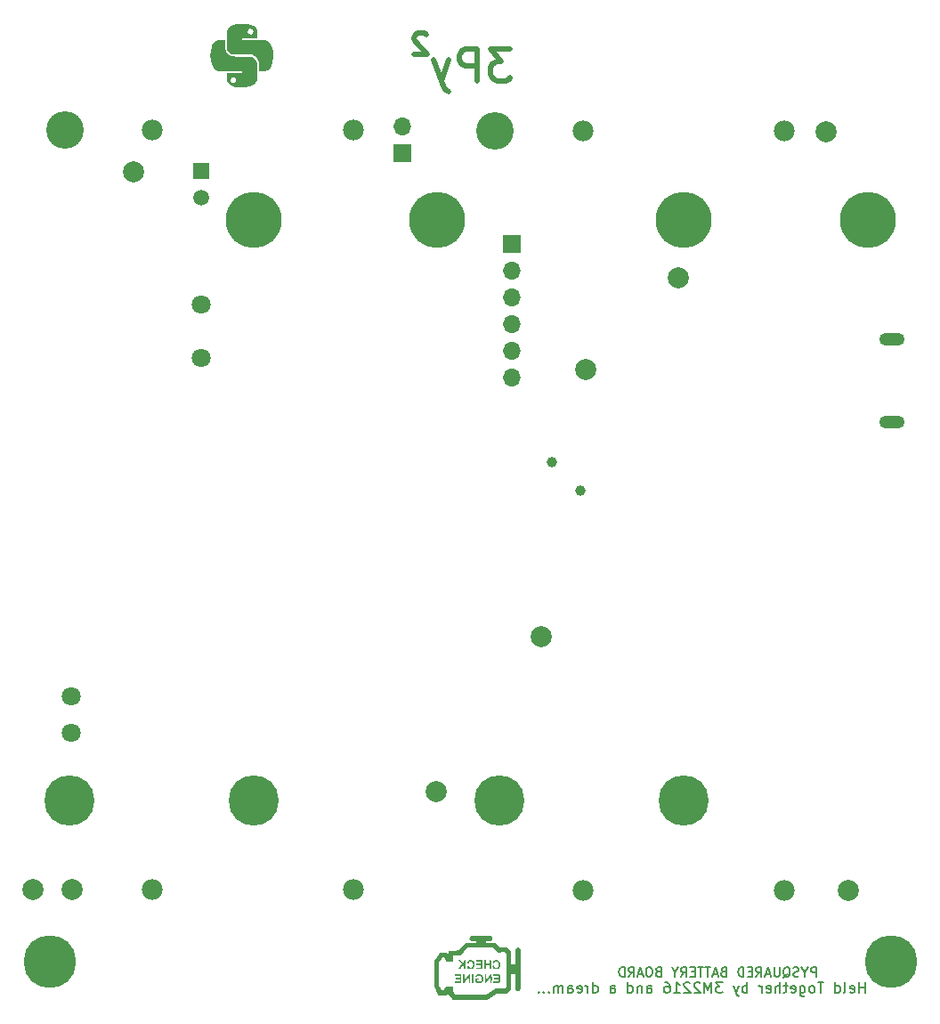
<source format=gbr>
%TF.GenerationSoftware,KiCad,Pcbnew,8.0.2-1*%
%TF.CreationDate,2024-06-12T20:01:09-07:00*%
%TF.ProjectId,battery_board_v3b,62617474-6572-4795-9f62-6f6172645f76,rev?*%
%TF.SameCoordinates,Original*%
%TF.FileFunction,Soldermask,Bot*%
%TF.FilePolarity,Negative*%
%FSLAX46Y46*%
G04 Gerber Fmt 4.6, Leading zero omitted, Abs format (unit mm)*
G04 Created by KiCad (PCBNEW 8.0.2-1) date 2024-06-12 20:01:09*
%MOMM*%
%LPD*%
G01*
G04 APERTURE LIST*
%ADD10C,0.500000*%
%ADD11C,0.150000*%
%ADD12C,0.000000*%
%ADD13C,5.000000*%
%ADD14C,2.000000*%
%ADD15R,1.700000X1.700000*%
%ADD16O,1.700000X1.700000*%
%ADD17C,1.800000*%
%ADD18O,2.416000X1.208000*%
%ADD19C,1.000000*%
%ADD20R,1.508000X1.508000*%
%ADD21C,1.508000*%
%ADD22C,4.770000*%
%ADD23C,5.325000*%
%ADD24C,3.570000*%
%ADD25C,1.980000*%
G04 APERTURE END LIST*
D10*
X158278056Y-44742257D02*
X156420913Y-44742257D01*
X156420913Y-44742257D02*
X157420913Y-45885114D01*
X157420913Y-45885114D02*
X156992342Y-45885114D01*
X156992342Y-45885114D02*
X156706628Y-46027971D01*
X156706628Y-46027971D02*
X156563770Y-46170828D01*
X156563770Y-46170828D02*
X156420913Y-46456542D01*
X156420913Y-46456542D02*
X156420913Y-47170828D01*
X156420913Y-47170828D02*
X156563770Y-47456542D01*
X156563770Y-47456542D02*
X156706628Y-47599400D01*
X156706628Y-47599400D02*
X156992342Y-47742257D01*
X156992342Y-47742257D02*
X157849485Y-47742257D01*
X157849485Y-47742257D02*
X158135199Y-47599400D01*
X158135199Y-47599400D02*
X158278056Y-47456542D01*
X155135199Y-47742257D02*
X155135199Y-44742257D01*
X155135199Y-44742257D02*
X153992342Y-44742257D01*
X153992342Y-44742257D02*
X153706627Y-44885114D01*
X153706627Y-44885114D02*
X153563770Y-45027971D01*
X153563770Y-45027971D02*
X153420913Y-45313685D01*
X153420913Y-45313685D02*
X153420913Y-45742257D01*
X153420913Y-45742257D02*
X153563770Y-46027971D01*
X153563770Y-46027971D02*
X153706627Y-46170828D01*
X153706627Y-46170828D02*
X153992342Y-46313685D01*
X153992342Y-46313685D02*
X155135199Y-46313685D01*
X152420913Y-45742257D02*
X151706627Y-47742257D01*
X150992342Y-45742257D02*
X151706627Y-47742257D01*
X151706627Y-47742257D02*
X151992342Y-48456542D01*
X151992342Y-48456542D02*
X152135199Y-48599400D01*
X152135199Y-48599400D02*
X152420913Y-48742257D01*
X150279028Y-43387314D02*
X150183790Y-43292076D01*
X150183790Y-43292076D02*
X149993314Y-43196838D01*
X149993314Y-43196838D02*
X149517123Y-43196838D01*
X149517123Y-43196838D02*
X149326647Y-43292076D01*
X149326647Y-43292076D02*
X149231409Y-43387314D01*
X149231409Y-43387314D02*
X149136171Y-43577790D01*
X149136171Y-43577790D02*
X149136171Y-43768266D01*
X149136171Y-43768266D02*
X149231409Y-44053980D01*
X149231409Y-44053980D02*
X150374266Y-45196838D01*
X150374266Y-45196838D02*
X149136171Y-45196838D01*
D11*
X187342857Y-132908557D02*
X187342857Y-132008557D01*
X187342857Y-132008557D02*
X187000000Y-132008557D01*
X187000000Y-132008557D02*
X186914285Y-132051414D01*
X186914285Y-132051414D02*
X186871428Y-132094271D01*
X186871428Y-132094271D02*
X186828571Y-132179985D01*
X186828571Y-132179985D02*
X186828571Y-132308557D01*
X186828571Y-132308557D02*
X186871428Y-132394271D01*
X186871428Y-132394271D02*
X186914285Y-132437128D01*
X186914285Y-132437128D02*
X187000000Y-132479985D01*
X187000000Y-132479985D02*
X187342857Y-132479985D01*
X186271428Y-132479985D02*
X186271428Y-132908557D01*
X186571428Y-132008557D02*
X186271428Y-132479985D01*
X186271428Y-132479985D02*
X185971428Y-132008557D01*
X185714285Y-132865700D02*
X185585714Y-132908557D01*
X185585714Y-132908557D02*
X185371428Y-132908557D01*
X185371428Y-132908557D02*
X185285714Y-132865700D01*
X185285714Y-132865700D02*
X185242856Y-132822842D01*
X185242856Y-132822842D02*
X185199999Y-132737128D01*
X185199999Y-132737128D02*
X185199999Y-132651414D01*
X185199999Y-132651414D02*
X185242856Y-132565700D01*
X185242856Y-132565700D02*
X185285714Y-132522842D01*
X185285714Y-132522842D02*
X185371428Y-132479985D01*
X185371428Y-132479985D02*
X185542856Y-132437128D01*
X185542856Y-132437128D02*
X185628571Y-132394271D01*
X185628571Y-132394271D02*
X185671428Y-132351414D01*
X185671428Y-132351414D02*
X185714285Y-132265700D01*
X185714285Y-132265700D02*
X185714285Y-132179985D01*
X185714285Y-132179985D02*
X185671428Y-132094271D01*
X185671428Y-132094271D02*
X185628571Y-132051414D01*
X185628571Y-132051414D02*
X185542856Y-132008557D01*
X185542856Y-132008557D02*
X185328571Y-132008557D01*
X185328571Y-132008557D02*
X185199999Y-132051414D01*
X184214285Y-132994271D02*
X184299999Y-132951414D01*
X184299999Y-132951414D02*
X184385713Y-132865700D01*
X184385713Y-132865700D02*
X184514285Y-132737128D01*
X184514285Y-132737128D02*
X184599999Y-132694271D01*
X184599999Y-132694271D02*
X184685713Y-132694271D01*
X184642856Y-132908557D02*
X184728571Y-132865700D01*
X184728571Y-132865700D02*
X184814285Y-132779985D01*
X184814285Y-132779985D02*
X184857142Y-132608557D01*
X184857142Y-132608557D02*
X184857142Y-132308557D01*
X184857142Y-132308557D02*
X184814285Y-132137128D01*
X184814285Y-132137128D02*
X184728571Y-132051414D01*
X184728571Y-132051414D02*
X184642856Y-132008557D01*
X184642856Y-132008557D02*
X184471428Y-132008557D01*
X184471428Y-132008557D02*
X184385713Y-132051414D01*
X184385713Y-132051414D02*
X184299999Y-132137128D01*
X184299999Y-132137128D02*
X184257142Y-132308557D01*
X184257142Y-132308557D02*
X184257142Y-132608557D01*
X184257142Y-132608557D02*
X184299999Y-132779985D01*
X184299999Y-132779985D02*
X184385713Y-132865700D01*
X184385713Y-132865700D02*
X184471428Y-132908557D01*
X184471428Y-132908557D02*
X184642856Y-132908557D01*
X183871428Y-132008557D02*
X183871428Y-132737128D01*
X183871428Y-132737128D02*
X183828571Y-132822842D01*
X183828571Y-132822842D02*
X183785714Y-132865700D01*
X183785714Y-132865700D02*
X183699999Y-132908557D01*
X183699999Y-132908557D02*
X183528571Y-132908557D01*
X183528571Y-132908557D02*
X183442856Y-132865700D01*
X183442856Y-132865700D02*
X183399999Y-132822842D01*
X183399999Y-132822842D02*
X183357142Y-132737128D01*
X183357142Y-132737128D02*
X183357142Y-132008557D01*
X182971428Y-132651414D02*
X182542857Y-132651414D01*
X183057142Y-132908557D02*
X182757142Y-132008557D01*
X182757142Y-132008557D02*
X182457142Y-132908557D01*
X181642856Y-132908557D02*
X181942856Y-132479985D01*
X182157142Y-132908557D02*
X182157142Y-132008557D01*
X182157142Y-132008557D02*
X181814285Y-132008557D01*
X181814285Y-132008557D02*
X181728570Y-132051414D01*
X181728570Y-132051414D02*
X181685713Y-132094271D01*
X181685713Y-132094271D02*
X181642856Y-132179985D01*
X181642856Y-132179985D02*
X181642856Y-132308557D01*
X181642856Y-132308557D02*
X181685713Y-132394271D01*
X181685713Y-132394271D02*
X181728570Y-132437128D01*
X181728570Y-132437128D02*
X181814285Y-132479985D01*
X181814285Y-132479985D02*
X182157142Y-132479985D01*
X181257142Y-132437128D02*
X180957142Y-132437128D01*
X180828570Y-132908557D02*
X181257142Y-132908557D01*
X181257142Y-132908557D02*
X181257142Y-132008557D01*
X181257142Y-132008557D02*
X180828570Y-132008557D01*
X180442856Y-132908557D02*
X180442856Y-132008557D01*
X180442856Y-132008557D02*
X180228570Y-132008557D01*
X180228570Y-132008557D02*
X180099999Y-132051414D01*
X180099999Y-132051414D02*
X180014284Y-132137128D01*
X180014284Y-132137128D02*
X179971427Y-132222842D01*
X179971427Y-132222842D02*
X179928570Y-132394271D01*
X179928570Y-132394271D02*
X179928570Y-132522842D01*
X179928570Y-132522842D02*
X179971427Y-132694271D01*
X179971427Y-132694271D02*
X180014284Y-132779985D01*
X180014284Y-132779985D02*
X180099999Y-132865700D01*
X180099999Y-132865700D02*
X180228570Y-132908557D01*
X180228570Y-132908557D02*
X180442856Y-132908557D01*
X178557142Y-132437128D02*
X178428570Y-132479985D01*
X178428570Y-132479985D02*
X178385713Y-132522842D01*
X178385713Y-132522842D02*
X178342856Y-132608557D01*
X178342856Y-132608557D02*
X178342856Y-132737128D01*
X178342856Y-132737128D02*
X178385713Y-132822842D01*
X178385713Y-132822842D02*
X178428570Y-132865700D01*
X178428570Y-132865700D02*
X178514285Y-132908557D01*
X178514285Y-132908557D02*
X178857142Y-132908557D01*
X178857142Y-132908557D02*
X178857142Y-132008557D01*
X178857142Y-132008557D02*
X178557142Y-132008557D01*
X178557142Y-132008557D02*
X178471428Y-132051414D01*
X178471428Y-132051414D02*
X178428570Y-132094271D01*
X178428570Y-132094271D02*
X178385713Y-132179985D01*
X178385713Y-132179985D02*
X178385713Y-132265700D01*
X178385713Y-132265700D02*
X178428570Y-132351414D01*
X178428570Y-132351414D02*
X178471428Y-132394271D01*
X178471428Y-132394271D02*
X178557142Y-132437128D01*
X178557142Y-132437128D02*
X178857142Y-132437128D01*
X177999999Y-132651414D02*
X177571428Y-132651414D01*
X178085713Y-132908557D02*
X177785713Y-132008557D01*
X177785713Y-132008557D02*
X177485713Y-132908557D01*
X177314284Y-132008557D02*
X176799999Y-132008557D01*
X177057141Y-132908557D02*
X177057141Y-132008557D01*
X176628570Y-132008557D02*
X176114285Y-132008557D01*
X176371427Y-132908557D02*
X176371427Y-132008557D01*
X175814285Y-132437128D02*
X175514285Y-132437128D01*
X175385713Y-132908557D02*
X175814285Y-132908557D01*
X175814285Y-132908557D02*
X175814285Y-132008557D01*
X175814285Y-132008557D02*
X175385713Y-132008557D01*
X174485713Y-132908557D02*
X174785713Y-132479985D01*
X174999999Y-132908557D02*
X174999999Y-132008557D01*
X174999999Y-132008557D02*
X174657142Y-132008557D01*
X174657142Y-132008557D02*
X174571427Y-132051414D01*
X174571427Y-132051414D02*
X174528570Y-132094271D01*
X174528570Y-132094271D02*
X174485713Y-132179985D01*
X174485713Y-132179985D02*
X174485713Y-132308557D01*
X174485713Y-132308557D02*
X174528570Y-132394271D01*
X174528570Y-132394271D02*
X174571427Y-132437128D01*
X174571427Y-132437128D02*
X174657142Y-132479985D01*
X174657142Y-132479985D02*
X174999999Y-132479985D01*
X173928570Y-132479985D02*
X173928570Y-132908557D01*
X174228570Y-132008557D02*
X173928570Y-132479985D01*
X173928570Y-132479985D02*
X173628570Y-132008557D01*
X172342856Y-132437128D02*
X172214284Y-132479985D01*
X172214284Y-132479985D02*
X172171427Y-132522842D01*
X172171427Y-132522842D02*
X172128570Y-132608557D01*
X172128570Y-132608557D02*
X172128570Y-132737128D01*
X172128570Y-132737128D02*
X172171427Y-132822842D01*
X172171427Y-132822842D02*
X172214284Y-132865700D01*
X172214284Y-132865700D02*
X172299999Y-132908557D01*
X172299999Y-132908557D02*
X172642856Y-132908557D01*
X172642856Y-132908557D02*
X172642856Y-132008557D01*
X172642856Y-132008557D02*
X172342856Y-132008557D01*
X172342856Y-132008557D02*
X172257142Y-132051414D01*
X172257142Y-132051414D02*
X172214284Y-132094271D01*
X172214284Y-132094271D02*
X172171427Y-132179985D01*
X172171427Y-132179985D02*
X172171427Y-132265700D01*
X172171427Y-132265700D02*
X172214284Y-132351414D01*
X172214284Y-132351414D02*
X172257142Y-132394271D01*
X172257142Y-132394271D02*
X172342856Y-132437128D01*
X172342856Y-132437128D02*
X172642856Y-132437128D01*
X171571427Y-132008557D02*
X171399999Y-132008557D01*
X171399999Y-132008557D02*
X171314284Y-132051414D01*
X171314284Y-132051414D02*
X171228570Y-132137128D01*
X171228570Y-132137128D02*
X171185713Y-132308557D01*
X171185713Y-132308557D02*
X171185713Y-132608557D01*
X171185713Y-132608557D02*
X171228570Y-132779985D01*
X171228570Y-132779985D02*
X171314284Y-132865700D01*
X171314284Y-132865700D02*
X171399999Y-132908557D01*
X171399999Y-132908557D02*
X171571427Y-132908557D01*
X171571427Y-132908557D02*
X171657142Y-132865700D01*
X171657142Y-132865700D02*
X171742856Y-132779985D01*
X171742856Y-132779985D02*
X171785713Y-132608557D01*
X171785713Y-132608557D02*
X171785713Y-132308557D01*
X171785713Y-132308557D02*
X171742856Y-132137128D01*
X171742856Y-132137128D02*
X171657142Y-132051414D01*
X171657142Y-132051414D02*
X171571427Y-132008557D01*
X170842856Y-132651414D02*
X170414285Y-132651414D01*
X170928570Y-132908557D02*
X170628570Y-132008557D01*
X170628570Y-132008557D02*
X170328570Y-132908557D01*
X169514284Y-132908557D02*
X169814284Y-132479985D01*
X170028570Y-132908557D02*
X170028570Y-132008557D01*
X170028570Y-132008557D02*
X169685713Y-132008557D01*
X169685713Y-132008557D02*
X169599998Y-132051414D01*
X169599998Y-132051414D02*
X169557141Y-132094271D01*
X169557141Y-132094271D02*
X169514284Y-132179985D01*
X169514284Y-132179985D02*
X169514284Y-132308557D01*
X169514284Y-132308557D02*
X169557141Y-132394271D01*
X169557141Y-132394271D02*
X169599998Y-132437128D01*
X169599998Y-132437128D02*
X169685713Y-132479985D01*
X169685713Y-132479985D02*
X170028570Y-132479985D01*
X169128570Y-132908557D02*
X169128570Y-132008557D01*
X169128570Y-132008557D02*
X168914284Y-132008557D01*
X168914284Y-132008557D02*
X168785713Y-132051414D01*
X168785713Y-132051414D02*
X168699998Y-132137128D01*
X168699998Y-132137128D02*
X168657141Y-132222842D01*
X168657141Y-132222842D02*
X168614284Y-132394271D01*
X168614284Y-132394271D02*
X168614284Y-132522842D01*
X168614284Y-132522842D02*
X168657141Y-132694271D01*
X168657141Y-132694271D02*
X168699998Y-132779985D01*
X168699998Y-132779985D02*
X168785713Y-132865700D01*
X168785713Y-132865700D02*
X168914284Y-132908557D01*
X168914284Y-132908557D02*
X169128570Y-132908557D01*
X192023810Y-134454819D02*
X192023810Y-133454819D01*
X192023810Y-133931009D02*
X191452382Y-133931009D01*
X191452382Y-134454819D02*
X191452382Y-133454819D01*
X190595239Y-134407200D02*
X190690477Y-134454819D01*
X190690477Y-134454819D02*
X190880953Y-134454819D01*
X190880953Y-134454819D02*
X190976191Y-134407200D01*
X190976191Y-134407200D02*
X191023810Y-134311961D01*
X191023810Y-134311961D02*
X191023810Y-133931009D01*
X191023810Y-133931009D02*
X190976191Y-133835771D01*
X190976191Y-133835771D02*
X190880953Y-133788152D01*
X190880953Y-133788152D02*
X190690477Y-133788152D01*
X190690477Y-133788152D02*
X190595239Y-133835771D01*
X190595239Y-133835771D02*
X190547620Y-133931009D01*
X190547620Y-133931009D02*
X190547620Y-134026247D01*
X190547620Y-134026247D02*
X191023810Y-134121485D01*
X189976191Y-134454819D02*
X190071429Y-134407200D01*
X190071429Y-134407200D02*
X190119048Y-134311961D01*
X190119048Y-134311961D02*
X190119048Y-133454819D01*
X189166667Y-134454819D02*
X189166667Y-133454819D01*
X189166667Y-134407200D02*
X189261905Y-134454819D01*
X189261905Y-134454819D02*
X189452381Y-134454819D01*
X189452381Y-134454819D02*
X189547619Y-134407200D01*
X189547619Y-134407200D02*
X189595238Y-134359580D01*
X189595238Y-134359580D02*
X189642857Y-134264342D01*
X189642857Y-134264342D02*
X189642857Y-133978628D01*
X189642857Y-133978628D02*
X189595238Y-133883390D01*
X189595238Y-133883390D02*
X189547619Y-133835771D01*
X189547619Y-133835771D02*
X189452381Y-133788152D01*
X189452381Y-133788152D02*
X189261905Y-133788152D01*
X189261905Y-133788152D02*
X189166667Y-133835771D01*
X188071428Y-133454819D02*
X187500000Y-133454819D01*
X187785714Y-134454819D02*
X187785714Y-133454819D01*
X187023809Y-134454819D02*
X187119047Y-134407200D01*
X187119047Y-134407200D02*
X187166666Y-134359580D01*
X187166666Y-134359580D02*
X187214285Y-134264342D01*
X187214285Y-134264342D02*
X187214285Y-133978628D01*
X187214285Y-133978628D02*
X187166666Y-133883390D01*
X187166666Y-133883390D02*
X187119047Y-133835771D01*
X187119047Y-133835771D02*
X187023809Y-133788152D01*
X187023809Y-133788152D02*
X186880952Y-133788152D01*
X186880952Y-133788152D02*
X186785714Y-133835771D01*
X186785714Y-133835771D02*
X186738095Y-133883390D01*
X186738095Y-133883390D02*
X186690476Y-133978628D01*
X186690476Y-133978628D02*
X186690476Y-134264342D01*
X186690476Y-134264342D02*
X186738095Y-134359580D01*
X186738095Y-134359580D02*
X186785714Y-134407200D01*
X186785714Y-134407200D02*
X186880952Y-134454819D01*
X186880952Y-134454819D02*
X187023809Y-134454819D01*
X185833333Y-133788152D02*
X185833333Y-134597676D01*
X185833333Y-134597676D02*
X185880952Y-134692914D01*
X185880952Y-134692914D02*
X185928571Y-134740533D01*
X185928571Y-134740533D02*
X186023809Y-134788152D01*
X186023809Y-134788152D02*
X186166666Y-134788152D01*
X186166666Y-134788152D02*
X186261904Y-134740533D01*
X185833333Y-134407200D02*
X185928571Y-134454819D01*
X185928571Y-134454819D02*
X186119047Y-134454819D01*
X186119047Y-134454819D02*
X186214285Y-134407200D01*
X186214285Y-134407200D02*
X186261904Y-134359580D01*
X186261904Y-134359580D02*
X186309523Y-134264342D01*
X186309523Y-134264342D02*
X186309523Y-133978628D01*
X186309523Y-133978628D02*
X186261904Y-133883390D01*
X186261904Y-133883390D02*
X186214285Y-133835771D01*
X186214285Y-133835771D02*
X186119047Y-133788152D01*
X186119047Y-133788152D02*
X185928571Y-133788152D01*
X185928571Y-133788152D02*
X185833333Y-133835771D01*
X184976190Y-134407200D02*
X185071428Y-134454819D01*
X185071428Y-134454819D02*
X185261904Y-134454819D01*
X185261904Y-134454819D02*
X185357142Y-134407200D01*
X185357142Y-134407200D02*
X185404761Y-134311961D01*
X185404761Y-134311961D02*
X185404761Y-133931009D01*
X185404761Y-133931009D02*
X185357142Y-133835771D01*
X185357142Y-133835771D02*
X185261904Y-133788152D01*
X185261904Y-133788152D02*
X185071428Y-133788152D01*
X185071428Y-133788152D02*
X184976190Y-133835771D01*
X184976190Y-133835771D02*
X184928571Y-133931009D01*
X184928571Y-133931009D02*
X184928571Y-134026247D01*
X184928571Y-134026247D02*
X185404761Y-134121485D01*
X184642856Y-133788152D02*
X184261904Y-133788152D01*
X184499999Y-133454819D02*
X184499999Y-134311961D01*
X184499999Y-134311961D02*
X184452380Y-134407200D01*
X184452380Y-134407200D02*
X184357142Y-134454819D01*
X184357142Y-134454819D02*
X184261904Y-134454819D01*
X183928570Y-134454819D02*
X183928570Y-133454819D01*
X183499999Y-134454819D02*
X183499999Y-133931009D01*
X183499999Y-133931009D02*
X183547618Y-133835771D01*
X183547618Y-133835771D02*
X183642856Y-133788152D01*
X183642856Y-133788152D02*
X183785713Y-133788152D01*
X183785713Y-133788152D02*
X183880951Y-133835771D01*
X183880951Y-133835771D02*
X183928570Y-133883390D01*
X182642856Y-134407200D02*
X182738094Y-134454819D01*
X182738094Y-134454819D02*
X182928570Y-134454819D01*
X182928570Y-134454819D02*
X183023808Y-134407200D01*
X183023808Y-134407200D02*
X183071427Y-134311961D01*
X183071427Y-134311961D02*
X183071427Y-133931009D01*
X183071427Y-133931009D02*
X183023808Y-133835771D01*
X183023808Y-133835771D02*
X182928570Y-133788152D01*
X182928570Y-133788152D02*
X182738094Y-133788152D01*
X182738094Y-133788152D02*
X182642856Y-133835771D01*
X182642856Y-133835771D02*
X182595237Y-133931009D01*
X182595237Y-133931009D02*
X182595237Y-134026247D01*
X182595237Y-134026247D02*
X183071427Y-134121485D01*
X182166665Y-134454819D02*
X182166665Y-133788152D01*
X182166665Y-133978628D02*
X182119046Y-133883390D01*
X182119046Y-133883390D02*
X182071427Y-133835771D01*
X182071427Y-133835771D02*
X181976189Y-133788152D01*
X181976189Y-133788152D02*
X181880951Y-133788152D01*
X180785712Y-134454819D02*
X180785712Y-133454819D01*
X180785712Y-133835771D02*
X180690474Y-133788152D01*
X180690474Y-133788152D02*
X180499998Y-133788152D01*
X180499998Y-133788152D02*
X180404760Y-133835771D01*
X180404760Y-133835771D02*
X180357141Y-133883390D01*
X180357141Y-133883390D02*
X180309522Y-133978628D01*
X180309522Y-133978628D02*
X180309522Y-134264342D01*
X180309522Y-134264342D02*
X180357141Y-134359580D01*
X180357141Y-134359580D02*
X180404760Y-134407200D01*
X180404760Y-134407200D02*
X180499998Y-134454819D01*
X180499998Y-134454819D02*
X180690474Y-134454819D01*
X180690474Y-134454819D02*
X180785712Y-134407200D01*
X179976188Y-133788152D02*
X179738093Y-134454819D01*
X179499998Y-133788152D02*
X179738093Y-134454819D01*
X179738093Y-134454819D02*
X179833331Y-134692914D01*
X179833331Y-134692914D02*
X179880950Y-134740533D01*
X179880950Y-134740533D02*
X179976188Y-134788152D01*
X178452378Y-133454819D02*
X177833331Y-133454819D01*
X177833331Y-133454819D02*
X178166664Y-133835771D01*
X178166664Y-133835771D02*
X178023807Y-133835771D01*
X178023807Y-133835771D02*
X177928569Y-133883390D01*
X177928569Y-133883390D02*
X177880950Y-133931009D01*
X177880950Y-133931009D02*
X177833331Y-134026247D01*
X177833331Y-134026247D02*
X177833331Y-134264342D01*
X177833331Y-134264342D02*
X177880950Y-134359580D01*
X177880950Y-134359580D02*
X177928569Y-134407200D01*
X177928569Y-134407200D02*
X178023807Y-134454819D01*
X178023807Y-134454819D02*
X178309521Y-134454819D01*
X178309521Y-134454819D02*
X178404759Y-134407200D01*
X178404759Y-134407200D02*
X178452378Y-134359580D01*
X177404759Y-134454819D02*
X177404759Y-133454819D01*
X177404759Y-133454819D02*
X177071426Y-134169104D01*
X177071426Y-134169104D02*
X176738093Y-133454819D01*
X176738093Y-133454819D02*
X176738093Y-134454819D01*
X176309521Y-133550057D02*
X176261902Y-133502438D01*
X176261902Y-133502438D02*
X176166664Y-133454819D01*
X176166664Y-133454819D02*
X175928569Y-133454819D01*
X175928569Y-133454819D02*
X175833331Y-133502438D01*
X175833331Y-133502438D02*
X175785712Y-133550057D01*
X175785712Y-133550057D02*
X175738093Y-133645295D01*
X175738093Y-133645295D02*
X175738093Y-133740533D01*
X175738093Y-133740533D02*
X175785712Y-133883390D01*
X175785712Y-133883390D02*
X176357140Y-134454819D01*
X176357140Y-134454819D02*
X175738093Y-134454819D01*
X175357140Y-133550057D02*
X175309521Y-133502438D01*
X175309521Y-133502438D02*
X175214283Y-133454819D01*
X175214283Y-133454819D02*
X174976188Y-133454819D01*
X174976188Y-133454819D02*
X174880950Y-133502438D01*
X174880950Y-133502438D02*
X174833331Y-133550057D01*
X174833331Y-133550057D02*
X174785712Y-133645295D01*
X174785712Y-133645295D02*
X174785712Y-133740533D01*
X174785712Y-133740533D02*
X174833331Y-133883390D01*
X174833331Y-133883390D02*
X175404759Y-134454819D01*
X175404759Y-134454819D02*
X174785712Y-134454819D01*
X173833331Y-134454819D02*
X174404759Y-134454819D01*
X174119045Y-134454819D02*
X174119045Y-133454819D01*
X174119045Y-133454819D02*
X174214283Y-133597676D01*
X174214283Y-133597676D02*
X174309521Y-133692914D01*
X174309521Y-133692914D02*
X174404759Y-133740533D01*
X172976188Y-133454819D02*
X173166664Y-133454819D01*
X173166664Y-133454819D02*
X173261902Y-133502438D01*
X173261902Y-133502438D02*
X173309521Y-133550057D01*
X173309521Y-133550057D02*
X173404759Y-133692914D01*
X173404759Y-133692914D02*
X173452378Y-133883390D01*
X173452378Y-133883390D02*
X173452378Y-134264342D01*
X173452378Y-134264342D02*
X173404759Y-134359580D01*
X173404759Y-134359580D02*
X173357140Y-134407200D01*
X173357140Y-134407200D02*
X173261902Y-134454819D01*
X173261902Y-134454819D02*
X173071426Y-134454819D01*
X173071426Y-134454819D02*
X172976188Y-134407200D01*
X172976188Y-134407200D02*
X172928569Y-134359580D01*
X172928569Y-134359580D02*
X172880950Y-134264342D01*
X172880950Y-134264342D02*
X172880950Y-134026247D01*
X172880950Y-134026247D02*
X172928569Y-133931009D01*
X172928569Y-133931009D02*
X172976188Y-133883390D01*
X172976188Y-133883390D02*
X173071426Y-133835771D01*
X173071426Y-133835771D02*
X173261902Y-133835771D01*
X173261902Y-133835771D02*
X173357140Y-133883390D01*
X173357140Y-133883390D02*
X173404759Y-133931009D01*
X173404759Y-133931009D02*
X173452378Y-134026247D01*
X171261902Y-134454819D02*
X171261902Y-133931009D01*
X171261902Y-133931009D02*
X171309521Y-133835771D01*
X171309521Y-133835771D02*
X171404759Y-133788152D01*
X171404759Y-133788152D02*
X171595235Y-133788152D01*
X171595235Y-133788152D02*
X171690473Y-133835771D01*
X171261902Y-134407200D02*
X171357140Y-134454819D01*
X171357140Y-134454819D02*
X171595235Y-134454819D01*
X171595235Y-134454819D02*
X171690473Y-134407200D01*
X171690473Y-134407200D02*
X171738092Y-134311961D01*
X171738092Y-134311961D02*
X171738092Y-134216723D01*
X171738092Y-134216723D02*
X171690473Y-134121485D01*
X171690473Y-134121485D02*
X171595235Y-134073866D01*
X171595235Y-134073866D02*
X171357140Y-134073866D01*
X171357140Y-134073866D02*
X171261902Y-134026247D01*
X170785711Y-133788152D02*
X170785711Y-134454819D01*
X170785711Y-133883390D02*
X170738092Y-133835771D01*
X170738092Y-133835771D02*
X170642854Y-133788152D01*
X170642854Y-133788152D02*
X170499997Y-133788152D01*
X170499997Y-133788152D02*
X170404759Y-133835771D01*
X170404759Y-133835771D02*
X170357140Y-133931009D01*
X170357140Y-133931009D02*
X170357140Y-134454819D01*
X169452378Y-134454819D02*
X169452378Y-133454819D01*
X169452378Y-134407200D02*
X169547616Y-134454819D01*
X169547616Y-134454819D02*
X169738092Y-134454819D01*
X169738092Y-134454819D02*
X169833330Y-134407200D01*
X169833330Y-134407200D02*
X169880949Y-134359580D01*
X169880949Y-134359580D02*
X169928568Y-134264342D01*
X169928568Y-134264342D02*
X169928568Y-133978628D01*
X169928568Y-133978628D02*
X169880949Y-133883390D01*
X169880949Y-133883390D02*
X169833330Y-133835771D01*
X169833330Y-133835771D02*
X169738092Y-133788152D01*
X169738092Y-133788152D02*
X169547616Y-133788152D01*
X169547616Y-133788152D02*
X169452378Y-133835771D01*
X167785711Y-134454819D02*
X167785711Y-133931009D01*
X167785711Y-133931009D02*
X167833330Y-133835771D01*
X167833330Y-133835771D02*
X167928568Y-133788152D01*
X167928568Y-133788152D02*
X168119044Y-133788152D01*
X168119044Y-133788152D02*
X168214282Y-133835771D01*
X167785711Y-134407200D02*
X167880949Y-134454819D01*
X167880949Y-134454819D02*
X168119044Y-134454819D01*
X168119044Y-134454819D02*
X168214282Y-134407200D01*
X168214282Y-134407200D02*
X168261901Y-134311961D01*
X168261901Y-134311961D02*
X168261901Y-134216723D01*
X168261901Y-134216723D02*
X168214282Y-134121485D01*
X168214282Y-134121485D02*
X168119044Y-134073866D01*
X168119044Y-134073866D02*
X167880949Y-134073866D01*
X167880949Y-134073866D02*
X167785711Y-134026247D01*
X166119044Y-134454819D02*
X166119044Y-133454819D01*
X166119044Y-134407200D02*
X166214282Y-134454819D01*
X166214282Y-134454819D02*
X166404758Y-134454819D01*
X166404758Y-134454819D02*
X166499996Y-134407200D01*
X166499996Y-134407200D02*
X166547615Y-134359580D01*
X166547615Y-134359580D02*
X166595234Y-134264342D01*
X166595234Y-134264342D02*
X166595234Y-133978628D01*
X166595234Y-133978628D02*
X166547615Y-133883390D01*
X166547615Y-133883390D02*
X166499996Y-133835771D01*
X166499996Y-133835771D02*
X166404758Y-133788152D01*
X166404758Y-133788152D02*
X166214282Y-133788152D01*
X166214282Y-133788152D02*
X166119044Y-133835771D01*
X165642853Y-134454819D02*
X165642853Y-133788152D01*
X165642853Y-133978628D02*
X165595234Y-133883390D01*
X165595234Y-133883390D02*
X165547615Y-133835771D01*
X165547615Y-133835771D02*
X165452377Y-133788152D01*
X165452377Y-133788152D02*
X165357139Y-133788152D01*
X164642853Y-134407200D02*
X164738091Y-134454819D01*
X164738091Y-134454819D02*
X164928567Y-134454819D01*
X164928567Y-134454819D02*
X165023805Y-134407200D01*
X165023805Y-134407200D02*
X165071424Y-134311961D01*
X165071424Y-134311961D02*
X165071424Y-133931009D01*
X165071424Y-133931009D02*
X165023805Y-133835771D01*
X165023805Y-133835771D02*
X164928567Y-133788152D01*
X164928567Y-133788152D02*
X164738091Y-133788152D01*
X164738091Y-133788152D02*
X164642853Y-133835771D01*
X164642853Y-133835771D02*
X164595234Y-133931009D01*
X164595234Y-133931009D02*
X164595234Y-134026247D01*
X164595234Y-134026247D02*
X165071424Y-134121485D01*
X163738091Y-134454819D02*
X163738091Y-133931009D01*
X163738091Y-133931009D02*
X163785710Y-133835771D01*
X163785710Y-133835771D02*
X163880948Y-133788152D01*
X163880948Y-133788152D02*
X164071424Y-133788152D01*
X164071424Y-133788152D02*
X164166662Y-133835771D01*
X163738091Y-134407200D02*
X163833329Y-134454819D01*
X163833329Y-134454819D02*
X164071424Y-134454819D01*
X164071424Y-134454819D02*
X164166662Y-134407200D01*
X164166662Y-134407200D02*
X164214281Y-134311961D01*
X164214281Y-134311961D02*
X164214281Y-134216723D01*
X164214281Y-134216723D02*
X164166662Y-134121485D01*
X164166662Y-134121485D02*
X164071424Y-134073866D01*
X164071424Y-134073866D02*
X163833329Y-134073866D01*
X163833329Y-134073866D02*
X163738091Y-134026247D01*
X163261900Y-134454819D02*
X163261900Y-133788152D01*
X163261900Y-133883390D02*
X163214281Y-133835771D01*
X163214281Y-133835771D02*
X163119043Y-133788152D01*
X163119043Y-133788152D02*
X162976186Y-133788152D01*
X162976186Y-133788152D02*
X162880948Y-133835771D01*
X162880948Y-133835771D02*
X162833329Y-133931009D01*
X162833329Y-133931009D02*
X162833329Y-134454819D01*
X162833329Y-133931009D02*
X162785710Y-133835771D01*
X162785710Y-133835771D02*
X162690472Y-133788152D01*
X162690472Y-133788152D02*
X162547615Y-133788152D01*
X162547615Y-133788152D02*
X162452376Y-133835771D01*
X162452376Y-133835771D02*
X162404757Y-133931009D01*
X162404757Y-133931009D02*
X162404757Y-134454819D01*
X161928567Y-134359580D02*
X161880948Y-134407200D01*
X161880948Y-134407200D02*
X161928567Y-134454819D01*
X161928567Y-134454819D02*
X161976186Y-134407200D01*
X161976186Y-134407200D02*
X161928567Y-134359580D01*
X161928567Y-134359580D02*
X161928567Y-134454819D01*
X161452377Y-134359580D02*
X161404758Y-134407200D01*
X161404758Y-134407200D02*
X161452377Y-134454819D01*
X161452377Y-134454819D02*
X161499996Y-134407200D01*
X161499996Y-134407200D02*
X161452377Y-134359580D01*
X161452377Y-134359580D02*
X161452377Y-134454819D01*
X160976187Y-134359580D02*
X160928568Y-134407200D01*
X160928568Y-134407200D02*
X160976187Y-134454819D01*
X160976187Y-134454819D02*
X161023806Y-134407200D01*
X161023806Y-134407200D02*
X160976187Y-134359580D01*
X160976187Y-134359580D02*
X160976187Y-134454819D01*
D12*
%TO.C,G\u002A\u002A\u002A*%
G36*
X134174852Y-43117799D02*
G01*
X134177834Y-43266698D01*
X134185149Y-43684884D01*
X133463599Y-43690775D01*
X132742048Y-43696667D01*
X132742048Y-43875226D01*
X134996354Y-43897546D01*
X135123981Y-43957364D01*
X135176190Y-43983977D01*
X135335174Y-44096820D01*
X135467032Y-44243909D01*
X135570161Y-44423158D01*
X135642958Y-44632481D01*
X135702482Y-44919058D01*
X135733980Y-45244052D01*
X135724999Y-45568413D01*
X135675777Y-45901395D01*
X135626719Y-46104582D01*
X135553729Y-46313444D01*
X135464650Y-46483351D01*
X135358188Y-46616232D01*
X135233052Y-46714017D01*
X135087948Y-46778633D01*
X135041555Y-46788499D01*
X134949178Y-46798833D01*
X134828713Y-46805832D01*
X134689456Y-46808794D01*
X134382558Y-46810287D01*
X134382558Y-46446699D01*
X134381656Y-46329933D01*
X134375611Y-46167471D01*
X134362680Y-46035404D01*
X134341468Y-45925011D01*
X134310581Y-45827569D01*
X134268623Y-45734355D01*
X134263248Y-45724149D01*
X134186470Y-45613676D01*
X134080453Y-45503595D01*
X133957689Y-45405422D01*
X133830673Y-45330673D01*
X133679483Y-45259057D01*
X132764368Y-45247897D01*
X132554995Y-45245299D01*
X132365757Y-45242702D01*
X132212431Y-45240072D01*
X132090468Y-45237128D01*
X131995320Y-45233590D01*
X131922441Y-45229175D01*
X131867281Y-45223603D01*
X131825293Y-45216592D01*
X131791930Y-45207862D01*
X131762642Y-45197130D01*
X131732884Y-45184117D01*
X131641980Y-45130922D01*
X131531177Y-45037099D01*
X131433520Y-44924420D01*
X131362218Y-44806348D01*
X131355691Y-44791967D01*
X131344564Y-44764341D01*
X131335591Y-44733876D01*
X131328541Y-44695926D01*
X131323182Y-44645848D01*
X131319282Y-44578996D01*
X131316611Y-44490727D01*
X131314937Y-44376396D01*
X131314027Y-44231358D01*
X131313651Y-44050970D01*
X131313577Y-43830586D01*
X131313577Y-42995509D01*
X133294158Y-42995509D01*
X133295075Y-43091202D01*
X133334097Y-43190233D01*
X133337537Y-43195633D01*
X133391433Y-43254372D01*
X133456056Y-43296252D01*
X133510034Y-43315148D01*
X133603173Y-43323385D01*
X133685477Y-43291419D01*
X133765002Y-43217187D01*
X133773521Y-43206835D01*
X133811415Y-43147228D01*
X133826816Y-43082427D01*
X133824760Y-42993591D01*
X133816954Y-42946373D01*
X133779638Y-42873796D01*
X133705958Y-42813921D01*
X133645516Y-42785332D01*
X133548322Y-42770814D01*
X133458428Y-42790807D01*
X133381995Y-42839077D01*
X133325185Y-42909390D01*
X133294158Y-42995509D01*
X131313577Y-42995509D01*
X131313577Y-42960111D01*
X131368208Y-42849094D01*
X131377753Y-42830480D01*
X131475330Y-42690870D01*
X131605919Y-42569998D01*
X131759923Y-42476982D01*
X131844590Y-42441727D01*
X131974093Y-42402468D01*
X132123703Y-42373357D01*
X132299424Y-42353558D01*
X132507258Y-42342232D01*
X132753208Y-42338544D01*
X132823033Y-42338842D01*
X133124799Y-42349293D01*
X133385789Y-42374912D01*
X133607119Y-42416029D01*
X133789900Y-42472971D01*
X133935248Y-42546069D01*
X134044274Y-42635651D01*
X134118093Y-42742047D01*
X134133522Y-42775220D01*
X134148213Y-42815640D01*
X134158821Y-42862460D01*
X134166216Y-42923328D01*
X134171269Y-43005892D01*
X134173719Y-43082427D01*
X134174852Y-43117799D01*
G37*
G36*
X134173654Y-47615283D02*
G01*
X134168750Y-47670551D01*
X134162105Y-47712251D01*
X134153454Y-47745187D01*
X134142529Y-47774160D01*
X134129064Y-47803974D01*
X134065118Y-47905777D01*
X133967558Y-48012098D01*
X133850149Y-48107773D01*
X133724809Y-48181667D01*
X133631458Y-48220551D01*
X133496912Y-48266868D01*
X133348732Y-48310428D01*
X133203263Y-48346476D01*
X133076846Y-48370256D01*
X133068312Y-48371466D01*
X132840520Y-48390257D01*
X132606720Y-48385769D01*
X132373951Y-48359764D01*
X132149255Y-48314004D01*
X131939672Y-48250250D01*
X131752244Y-48170265D01*
X131594011Y-48075811D01*
X131472014Y-47968650D01*
X131466726Y-47962730D01*
X131407178Y-47887968D01*
X131363485Y-47811690D01*
X131333405Y-47725322D01*
X131324388Y-47674699D01*
X131664398Y-47674699D01*
X131687433Y-47762271D01*
X131740949Y-47838319D01*
X131826706Y-47894144D01*
X131858081Y-47906053D01*
X131956139Y-47922501D01*
X132041838Y-47898331D01*
X132123205Y-47831856D01*
X132154076Y-47792557D01*
X132193437Y-47699596D01*
X132197508Y-47603798D01*
X132169900Y-47513965D01*
X132114222Y-47438899D01*
X132034084Y-47387405D01*
X131933097Y-47368284D01*
X131841861Y-47383186D01*
X131760575Y-47429847D01*
X131702729Y-47499787D01*
X131670083Y-47584304D01*
X131664398Y-47674699D01*
X131324388Y-47674699D01*
X131314695Y-47620285D01*
X131305113Y-47488004D01*
X131302417Y-47319902D01*
X131302417Y-47011784D01*
X132022233Y-47005895D01*
X132742048Y-47000006D01*
X132748912Y-46905147D01*
X132755775Y-46810287D01*
X131620230Y-46810287D01*
X131547363Y-46810286D01*
X131284559Y-46810152D01*
X131061617Y-46809475D01*
X130874722Y-46807814D01*
X130720056Y-46804727D01*
X130593804Y-46799771D01*
X130492148Y-46792505D01*
X130411273Y-46782486D01*
X130347361Y-46769272D01*
X130296597Y-46752421D01*
X130255164Y-46731491D01*
X130219245Y-46706039D01*
X130185024Y-46675623D01*
X130148684Y-46639802D01*
X130102874Y-46588496D01*
X130011475Y-46451410D01*
X129929621Y-46282593D01*
X129859771Y-46090541D01*
X129804382Y-45883753D01*
X129765912Y-45670727D01*
X129746820Y-45459958D01*
X129749562Y-45259946D01*
X129765360Y-45095330D01*
X129803607Y-44843687D01*
X129856202Y-44614324D01*
X129921644Y-44411608D01*
X129998435Y-44239905D01*
X130085073Y-44103580D01*
X130180059Y-44007001D01*
X130202399Y-43990414D01*
X130262161Y-43952307D01*
X130324803Y-43924824D01*
X130398666Y-43906277D01*
X130492091Y-43894978D01*
X130613420Y-43889237D01*
X130770994Y-43887365D01*
X131121206Y-43886386D01*
X131128112Y-44316043D01*
X131135019Y-44745700D01*
X131206634Y-44896891D01*
X131266996Y-45005915D01*
X131392445Y-45162441D01*
X131546112Y-45286832D01*
X131723495Y-45375752D01*
X131920095Y-45425864D01*
X131958992Y-45429737D01*
X132046187Y-45434684D01*
X132166866Y-45439099D01*
X132314592Y-45442826D01*
X132482926Y-45445711D01*
X132665429Y-45447598D01*
X132855663Y-45448334D01*
X133638873Y-45448776D01*
X133775708Y-45517153D01*
X133799685Y-45529685D01*
X133942756Y-45630887D01*
X134057369Y-45760102D01*
X134136295Y-45909467D01*
X134146597Y-45938601D01*
X134156441Y-45973235D01*
X134164251Y-46013451D01*
X134170261Y-46064130D01*
X134174700Y-46130154D01*
X134177802Y-46216407D01*
X134179797Y-46327770D01*
X134180918Y-46469126D01*
X134181395Y-46645357D01*
X134181461Y-46861344D01*
X134181426Y-46967333D01*
X134181215Y-47162480D01*
X134180600Y-47320046D01*
X134179312Y-47444833D01*
X134177086Y-47541645D01*
X134174189Y-47603798D01*
X134173654Y-47615283D01*
G37*
G36*
X154742237Y-132687478D02*
G01*
X154760774Y-132693910D01*
X154763804Y-132698305D01*
X154766878Y-132709127D01*
X154769346Y-132727605D01*
X154771268Y-132755477D01*
X154772704Y-132794481D01*
X154773716Y-132846357D01*
X154774364Y-132912843D01*
X154774708Y-132995680D01*
X154774809Y-133096604D01*
X154774793Y-133125188D01*
X154774386Y-133235404D01*
X154773430Y-133327445D01*
X154771935Y-133400984D01*
X154769910Y-133455690D01*
X154767363Y-133491233D01*
X154764301Y-133507284D01*
X154759470Y-133514596D01*
X154747939Y-133522036D01*
X154727367Y-133524752D01*
X154692424Y-133523982D01*
X154631054Y-133521046D01*
X154631054Y-132688259D01*
X154688897Y-132685261D01*
X154710118Y-132684838D01*
X154742237Y-132687478D01*
G37*
G36*
X155936745Y-132684843D02*
G01*
X155961231Y-132687796D01*
X155984333Y-132693594D01*
X155984333Y-132966870D01*
X155984604Y-133037718D01*
X155985452Y-133104553D01*
X155986809Y-133159990D01*
X155988606Y-133201922D01*
X155990773Y-133228241D01*
X155993240Y-133236841D01*
X155997065Y-133232736D01*
X156011061Y-133214072D01*
X156033757Y-133182142D01*
X156063798Y-133138903D01*
X156099827Y-133086311D01*
X156140488Y-133026323D01*
X156184425Y-132960898D01*
X156366703Y-132688259D01*
X156424208Y-132685261D01*
X156445190Y-132684839D01*
X156477224Y-132687478D01*
X156495747Y-132693910D01*
X156499243Y-132699482D01*
X156502186Y-132711255D01*
X156504548Y-132730872D01*
X156506388Y-132760045D01*
X156507764Y-132800487D01*
X156508734Y-132853908D01*
X156509354Y-132922021D01*
X156509684Y-133006538D01*
X156509782Y-133109171D01*
X156509754Y-133144749D01*
X156509459Y-133230140D01*
X156508868Y-133308475D01*
X156508018Y-133377626D01*
X156506944Y-133435464D01*
X156505685Y-133479860D01*
X156504276Y-133508686D01*
X156502753Y-133519813D01*
X156493267Y-133522645D01*
X156468740Y-133524402D01*
X156435833Y-133523944D01*
X156375941Y-133521046D01*
X156370984Y-133238493D01*
X156366027Y-132955941D01*
X156344863Y-132985683D01*
X156341995Y-132989792D01*
X156327524Y-133011046D01*
X156304220Y-133045633D01*
X156273630Y-133091244D01*
X156237300Y-133145574D01*
X156196774Y-133206314D01*
X156153600Y-133271158D01*
X155983502Y-133526890D01*
X155850492Y-133521046D01*
X155850492Y-132688259D01*
X155894310Y-132685128D01*
X155904070Y-132684599D01*
X155936745Y-132684843D01*
G37*
G36*
X155538439Y-131353362D02*
G01*
X155571607Y-131354211D01*
X155587768Y-131355520D01*
X155612553Y-131361188D01*
X155615140Y-131773723D01*
X155617726Y-132186258D01*
X155590354Y-132189405D01*
X155588602Y-132189558D01*
X155568388Y-132190126D01*
X155531669Y-132190315D01*
X155481232Y-132190140D01*
X155419862Y-132189618D01*
X155350347Y-132188764D01*
X155275472Y-132187596D01*
X154987963Y-132182638D01*
X154988769Y-132125652D01*
X154989556Y-132101025D01*
X154991587Y-132075674D01*
X154994247Y-132063994D01*
X154997084Y-132063330D01*
X155016304Y-132061963D01*
X155051092Y-132060707D01*
X155098559Y-132059635D01*
X155155813Y-132058819D01*
X155219965Y-132058331D01*
X155249583Y-132058151D01*
X155311996Y-132057450D01*
X155366786Y-132056403D01*
X155410901Y-132055092D01*
X155441292Y-132053600D01*
X155454905Y-132052008D01*
X155456270Y-132051340D01*
X155462296Y-132042509D01*
X155466150Y-132022763D01*
X155468197Y-131989141D01*
X155468798Y-131938682D01*
X155468798Y-131830687D01*
X155266369Y-131830687D01*
X155253288Y-131830674D01*
X155192117Y-131830278D01*
X155137780Y-131829389D01*
X155093526Y-131828098D01*
X155062602Y-131826495D01*
X155048258Y-131824669D01*
X155039202Y-131816281D01*
X155034069Y-131796061D01*
X155032576Y-131760227D01*
X155032834Y-131734180D01*
X155033733Y-131709947D01*
X155035055Y-131699823D01*
X155036759Y-131699559D01*
X155053738Y-131698583D01*
X155086527Y-131697277D01*
X155132218Y-131695743D01*
X155187907Y-131694080D01*
X155250687Y-131692388D01*
X155463841Y-131686932D01*
X155463841Y-131488649D01*
X155007791Y-131478735D01*
X155007791Y-131359766D01*
X155285387Y-131354809D01*
X155291972Y-131354693D01*
X155365028Y-131353638D01*
X155432334Y-131353069D01*
X155491076Y-131352979D01*
X155538439Y-131353362D01*
G37*
G36*
X153401703Y-132683546D02*
G01*
X153463589Y-132683924D01*
X153518365Y-132684677D01*
X153562935Y-132685819D01*
X153594207Y-132687362D01*
X153609088Y-132689320D01*
X153612319Y-132691654D01*
X153615642Y-132698213D01*
X153618324Y-132710497D01*
X153620433Y-132730270D01*
X153622036Y-132759295D01*
X153623197Y-132799334D01*
X153623985Y-132852150D01*
X153624465Y-132919505D01*
X153624705Y-133003164D01*
X153624770Y-133104887D01*
X153624761Y-133135471D01*
X153624559Y-133236150D01*
X153624061Y-133318857D01*
X153623221Y-133385052D01*
X153621996Y-133436195D01*
X153620343Y-133473745D01*
X153618218Y-133499163D01*
X153615577Y-133513907D01*
X153612377Y-133519437D01*
X153612179Y-133519511D01*
X153597340Y-133521285D01*
X153566077Y-133522703D01*
X153521409Y-133523773D01*
X153466358Y-133524505D01*
X153403944Y-133524910D01*
X153337190Y-133524996D01*
X153269115Y-133524774D01*
X153202741Y-133524253D01*
X153141088Y-133523442D01*
X153087179Y-133522351D01*
X153044033Y-133520990D01*
X153014672Y-133519369D01*
X153002117Y-133517496D01*
X152997813Y-133512823D01*
X152992300Y-133490577D01*
X152992203Y-133450727D01*
X152995223Y-133392162D01*
X153471101Y-133382248D01*
X153471101Y-133164137D01*
X153044793Y-133154223D01*
X153041842Y-133092260D01*
X153040801Y-133062796D01*
X153040741Y-133038421D01*
X153041842Y-133028317D01*
X153043590Y-133028053D01*
X153060688Y-133027077D01*
X153093587Y-133025772D01*
X153139373Y-133024237D01*
X153195131Y-133022573D01*
X153257947Y-133020881D01*
X153471101Y-133015425D01*
X153473936Y-132918946D01*
X153476772Y-132822467D01*
X153245911Y-132819805D01*
X153015051Y-132817143D01*
X153012031Y-132758578D01*
X153011419Y-132738388D01*
X153013923Y-132706641D01*
X153021945Y-132691809D01*
X153029207Y-132690311D01*
X153054263Y-132688428D01*
X153093860Y-132686829D01*
X153144905Y-132685527D01*
X153204306Y-132684534D01*
X153268968Y-132683864D01*
X153335798Y-132683531D01*
X153401703Y-132683546D01*
G37*
G36*
X156973860Y-131343754D02*
G01*
X157043666Y-131360177D01*
X157121196Y-131394223D01*
X157185340Y-131442887D01*
X157236116Y-131506190D01*
X157273542Y-131584149D01*
X157297637Y-131676783D01*
X157301550Y-131699947D01*
X157306767Y-131739297D01*
X157307806Y-131772506D01*
X157304652Y-131808080D01*
X157297287Y-131854521D01*
X157277478Y-131938663D01*
X157243546Y-132022501D01*
X157198128Y-132090330D01*
X157141313Y-132142052D01*
X157073192Y-132177564D01*
X156993852Y-132196766D01*
X156927981Y-132201669D01*
X156839841Y-132195067D01*
X156761749Y-132172581D01*
X156694681Y-132134662D01*
X156639615Y-132081758D01*
X156597528Y-132014320D01*
X156587086Y-131991189D01*
X156572190Y-131947713D01*
X156571069Y-131916726D01*
X156584671Y-131896150D01*
X156613945Y-131883910D01*
X156659837Y-131877931D01*
X156679596Y-131877079D01*
X156695099Y-131879880D01*
X156706715Y-131890170D01*
X156718264Y-131911561D01*
X156733566Y-131947666D01*
X156763726Y-131997019D01*
X156806770Y-132034343D01*
X156858982Y-132058105D01*
X156916847Y-132067260D01*
X156976848Y-132060759D01*
X157035471Y-132037557D01*
X157072740Y-132010973D01*
X157107165Y-131969016D01*
X157130683Y-131914605D01*
X157144019Y-131845956D01*
X157147899Y-131761288D01*
X157147857Y-131755766D01*
X157146521Y-131704708D01*
X157143030Y-131667469D01*
X157136593Y-131638581D01*
X157126420Y-131612576D01*
X157099236Y-131564665D01*
X157057550Y-131519686D01*
X157005925Y-131490882D01*
X156942409Y-131476812D01*
X156926378Y-131475528D01*
X156863958Y-131479320D01*
X156812764Y-131499036D01*
X156771286Y-131535507D01*
X156738012Y-131589569D01*
X156716666Y-131634980D01*
X156660969Y-131628434D01*
X156655772Y-131627797D01*
X156613015Y-131619119D01*
X156587846Y-131604904D01*
X156579322Y-131582981D01*
X156586504Y-131551183D01*
X156608452Y-131507339D01*
X156620625Y-131487627D01*
X156672239Y-131426819D01*
X156735360Y-131381137D01*
X156807997Y-131351471D01*
X156888161Y-131338713D01*
X156973860Y-131343754D01*
G37*
G36*
X157050102Y-132683546D02*
G01*
X157111989Y-132683924D01*
X157166764Y-132684677D01*
X157211335Y-132685819D01*
X157242607Y-132687362D01*
X157257488Y-132689320D01*
X157260683Y-132691611D01*
X157264015Y-132698123D01*
X157266706Y-132710347D01*
X157268821Y-132730047D01*
X157270428Y-132758988D01*
X157271593Y-132798933D01*
X157272383Y-132851649D01*
X157272864Y-132918899D01*
X157273104Y-133002448D01*
X157273170Y-133104061D01*
X157273138Y-133144089D01*
X157272850Y-133229733D01*
X157272288Y-133308220D01*
X157271487Y-133377439D01*
X157270480Y-133435278D01*
X157269301Y-133479624D01*
X157267983Y-133508367D01*
X157266560Y-133519394D01*
X157265289Y-133519959D01*
X157248923Y-133521842D01*
X157216497Y-133523345D01*
X157170986Y-133524479D01*
X157115364Y-133525252D01*
X157052605Y-133525674D01*
X156985684Y-133525753D01*
X156917575Y-133525500D01*
X156851251Y-133524922D01*
X156789688Y-133524030D01*
X156735858Y-133522832D01*
X156692737Y-133521338D01*
X156663299Y-133519556D01*
X156650517Y-133517496D01*
X156646213Y-133512823D01*
X156640700Y-133490577D01*
X156640603Y-133450727D01*
X156643622Y-133392162D01*
X156884040Y-133389508D01*
X157124458Y-133386853D01*
X157124458Y-133159567D01*
X156908825Y-133156895D01*
X156693193Y-133154223D01*
X156690168Y-133101369D01*
X156689750Y-133083762D01*
X156692348Y-133052835D01*
X156698818Y-133034449D01*
X156699442Y-133033760D01*
X156707934Y-133029038D01*
X156724407Y-133025515D01*
X156751228Y-133023041D01*
X156790768Y-133021463D01*
X156845394Y-133020627D01*
X156917475Y-133020382D01*
X157124458Y-133020382D01*
X157124458Y-132822465D01*
X156893954Y-132819804D01*
X156663451Y-132817143D01*
X156660431Y-132758578D01*
X156659819Y-132738388D01*
X156662323Y-132706641D01*
X156670345Y-132691809D01*
X156677606Y-132690311D01*
X156702662Y-132688428D01*
X156742260Y-132686829D01*
X156793305Y-132685527D01*
X156852705Y-132684534D01*
X156917367Y-132683864D01*
X156984197Y-132683531D01*
X157050102Y-132683546D01*
G37*
G36*
X153892154Y-132684471D02*
G01*
X153916426Y-132689320D01*
X153920225Y-132691935D01*
X153924135Y-132699425D01*
X153927098Y-132713596D01*
X153929238Y-132736642D01*
X153930683Y-132770751D01*
X153931559Y-132818116D01*
X153931992Y-132880926D01*
X153932108Y-132961373D01*
X153932108Y-132961878D01*
X153932387Y-133032445D01*
X153933166Y-133096302D01*
X153934370Y-133150825D01*
X153935925Y-133193391D01*
X153937757Y-133221377D01*
X153939792Y-133232158D01*
X153943724Y-133229015D01*
X153957706Y-133211730D01*
X153980331Y-133181089D01*
X154010269Y-133138973D01*
X154046187Y-133087262D01*
X154086754Y-133027839D01*
X154130639Y-132962583D01*
X154313802Y-132688259D01*
X154362716Y-132685163D01*
X154377893Y-132684514D01*
X154410967Y-132684996D01*
X154434593Y-132687830D01*
X154457557Y-132693594D01*
X154457557Y-133104015D01*
X154457547Y-133135686D01*
X154457344Y-133236304D01*
X154456843Y-133318963D01*
X154456002Y-133385122D01*
X154454776Y-133436237D01*
X154453124Y-133473768D01*
X154450999Y-133499173D01*
X154448361Y-133513910D01*
X154445164Y-133519437D01*
X154423548Y-133523991D01*
X154393158Y-133525438D01*
X154361379Y-133523968D01*
X154335254Y-133519915D01*
X154321823Y-133513610D01*
X154321808Y-133513588D01*
X154319506Y-133500603D01*
X154317093Y-133470523D01*
X154314694Y-133426063D01*
X154312436Y-133369935D01*
X154310445Y-133304855D01*
X154308845Y-133233536D01*
X154303888Y-132965855D01*
X153931168Y-133526003D01*
X153869179Y-133526003D01*
X153840936Y-133524864D01*
X153811386Y-133520592D01*
X153795293Y-133514106D01*
X153794489Y-133512712D01*
X153791453Y-133495450D01*
X153788858Y-133461597D01*
X153786705Y-133413754D01*
X153784993Y-133354522D01*
X153783723Y-133286503D01*
X153782893Y-133212296D01*
X153782506Y-133134504D01*
X153782559Y-133055727D01*
X153783054Y-132978566D01*
X153783990Y-132905623D01*
X153785368Y-132839497D01*
X153787187Y-132782791D01*
X153789448Y-132738106D01*
X153792150Y-132708041D01*
X153795293Y-132695199D01*
X153803220Y-132690857D01*
X153827897Y-132685611D01*
X153860093Y-132683359D01*
X153892154Y-132684471D01*
G37*
G36*
X154537813Y-131341416D02*
G01*
X154613768Y-131356537D01*
X154684915Y-131385113D01*
X154747832Y-131426827D01*
X154799097Y-131481362D01*
X154822613Y-131516301D01*
X154849103Y-131568032D01*
X154866306Y-131623497D01*
X154875661Y-131687850D01*
X154878607Y-131766245D01*
X154878363Y-131812004D01*
X154876627Y-131854897D01*
X154872612Y-131888332D01*
X154865576Y-131918015D01*
X154854777Y-131949656D01*
X154840353Y-131985936D01*
X154814074Y-132039145D01*
X154784120Y-132081999D01*
X154746693Y-132120505D01*
X154741906Y-132124762D01*
X154692836Y-132160128D01*
X154638263Y-132183233D01*
X154571569Y-132196966D01*
X154544272Y-132200642D01*
X154518851Y-132204142D01*
X154507127Y-132205861D01*
X154506518Y-132205906D01*
X154492474Y-132204828D01*
X154464827Y-132201765D01*
X154428837Y-132197293D01*
X154418093Y-132195742D01*
X154340369Y-132174010D01*
X154273117Y-132135645D01*
X154217480Y-132081479D01*
X154174603Y-132012343D01*
X154166494Y-131994613D01*
X154150908Y-131951434D01*
X154149004Y-131920463D01*
X154161981Y-131899067D01*
X154191034Y-131884618D01*
X154237363Y-131874484D01*
X154253389Y-131872086D01*
X154272595Y-131872327D01*
X154283775Y-131882321D01*
X154294455Y-131906258D01*
X154312636Y-131948680D01*
X154332043Y-131984238D01*
X154353101Y-132010359D01*
X154379337Y-132032278D01*
X154394070Y-132041597D01*
X154446480Y-132061139D01*
X154506036Y-132067171D01*
X154566442Y-132058800D01*
X154610020Y-132040234D01*
X154654935Y-132003152D01*
X154690547Y-131952461D01*
X154715841Y-131890770D01*
X154729800Y-131820687D01*
X154731407Y-131744819D01*
X154719646Y-131665774D01*
X154709392Y-131626485D01*
X154697372Y-131595247D01*
X154680950Y-131569556D01*
X154656348Y-131542024D01*
X154641144Y-131527370D01*
X154592080Y-131493872D01*
X154536898Y-131477194D01*
X154471624Y-131475911D01*
X154448548Y-131478861D01*
X154394708Y-131496927D01*
X154352751Y-131530516D01*
X154321152Y-131580691D01*
X154296365Y-131634833D01*
X154243964Y-131628674D01*
X154231363Y-131627136D01*
X154194613Y-131621178D01*
X154172975Y-131613655D01*
X154162723Y-131602688D01*
X154160133Y-131586400D01*
X154161071Y-131576355D01*
X154171734Y-131542213D01*
X154191601Y-131502340D01*
X154217303Y-131462907D01*
X154245472Y-131430080D01*
X154254349Y-131421825D01*
X154315317Y-131379955D01*
X154385165Y-131352808D01*
X154460471Y-131340068D01*
X154537813Y-131341416D01*
G37*
G36*
X153979627Y-131351626D02*
G01*
X154007268Y-131357257D01*
X154022543Y-131366236D01*
X154023228Y-131368643D01*
X154024941Y-131387901D01*
X154026396Y-131424009D01*
X154027561Y-131474787D01*
X154028405Y-131538057D01*
X154028894Y-131611639D01*
X154028997Y-131693353D01*
X154028682Y-131781021D01*
X154026292Y-132182448D01*
X153996550Y-132189103D01*
X153975618Y-132191682D01*
X153942421Y-132191427D01*
X153910890Y-132187693D01*
X153890048Y-132181153D01*
X153889314Y-132180059D01*
X153886656Y-132164521D01*
X153884504Y-132133899D01*
X153883063Y-132091972D01*
X153882537Y-132042518D01*
X153882537Y-131908526D01*
X153782831Y-131805902D01*
X153755107Y-131838147D01*
X153752452Y-131841325D01*
X153734599Y-131864585D01*
X153709396Y-131899300D01*
X153679811Y-131941327D01*
X153648813Y-131986522D01*
X153643574Y-131994250D01*
X153611474Y-132040982D01*
X153580442Y-132085234D01*
X153553786Y-132122333D01*
X153534814Y-132147603D01*
X153499386Y-132192553D01*
X153420802Y-132187596D01*
X153380303Y-132184058D01*
X153354575Y-132177788D01*
X153343744Y-132166297D01*
X153347223Y-132147054D01*
X153364426Y-132117525D01*
X153394765Y-132075178D01*
X153439240Y-132014972D01*
X153492162Y-131942998D01*
X153540061Y-131877483D01*
X153581801Y-131820001D01*
X153616244Y-131772126D01*
X153642254Y-131735432D01*
X153658694Y-131711492D01*
X153664426Y-131701880D01*
X153663201Y-131699953D01*
X153651142Y-131686395D01*
X153627843Y-131661883D01*
X153595328Y-131628503D01*
X153555625Y-131588345D01*
X153510757Y-131543496D01*
X153491932Y-131524688D01*
X153448830Y-131480874D01*
X153411754Y-131442136D01*
X153382745Y-131410667D01*
X153363843Y-131388661D01*
X153357088Y-131378312D01*
X153357721Y-131371648D01*
X153363176Y-131363645D01*
X153377342Y-131358659D01*
X153403925Y-131355671D01*
X153446631Y-131353659D01*
X153520672Y-131351005D01*
X153693345Y-131526404D01*
X153730660Y-131564112D01*
X153775211Y-131608578D01*
X153813822Y-131646494D01*
X153844520Y-131675946D01*
X153865329Y-131695020D01*
X153874278Y-131701803D01*
X153876454Y-131695818D01*
X153878880Y-131672985D01*
X153880807Y-131636096D01*
X153882078Y-131588368D01*
X153882537Y-131533018D01*
X153882537Y-131531244D01*
X153882627Y-131470241D01*
X153883137Y-131426083D01*
X153884435Y-131395858D01*
X153886887Y-131376654D01*
X153890862Y-131365561D01*
X153896725Y-131359668D01*
X153904844Y-131356063D01*
X153916348Y-131352919D01*
X153946895Y-131349970D01*
X153979627Y-131351626D01*
G37*
G36*
X155907498Y-131353640D02*
G01*
X155909185Y-131353819D01*
X155915267Y-131356741D01*
X155919546Y-131365265D01*
X155922332Y-131382236D01*
X155923937Y-131410498D01*
X155924672Y-131452897D01*
X155924848Y-131512278D01*
X155924896Y-131560324D01*
X155925311Y-131605850D01*
X155926501Y-131636881D01*
X155928874Y-131656401D01*
X155932835Y-131667393D01*
X155938793Y-131672841D01*
X155947155Y-131675726D01*
X155954123Y-131676852D01*
X155980350Y-131678790D01*
X156020257Y-131680359D01*
X156069823Y-131681422D01*
X156125024Y-131681840D01*
X156165683Y-131681703D01*
X156219514Y-131680617D01*
X156256646Y-131678332D01*
X156279028Y-131674703D01*
X156288607Y-131669582D01*
X156289931Y-131665652D01*
X156292859Y-131644214D01*
X156295503Y-131608480D01*
X156297616Y-131562284D01*
X156298951Y-131509459D01*
X156299414Y-131484353D01*
X156300744Y-131435320D01*
X156302404Y-131395352D01*
X156304227Y-131368034D01*
X156306046Y-131356957D01*
X156313636Y-131355038D01*
X156336427Y-131353531D01*
X156368165Y-131353457D01*
X156395305Y-131354951D01*
X156422962Y-131360790D01*
X156438197Y-131371936D01*
X156438769Y-131372813D01*
X156441965Y-131382733D01*
X156444506Y-131401410D01*
X156446430Y-131430423D01*
X156447774Y-131471355D01*
X156448576Y-131525787D01*
X156448874Y-131595299D01*
X156448707Y-131681473D01*
X156448111Y-131785891D01*
X156445340Y-132182638D01*
X156373462Y-132185551D01*
X156301585Y-132188464D01*
X156299632Y-132116152D01*
X156298963Y-132076129D01*
X156298870Y-132020205D01*
X156299579Y-131969485D01*
X156299790Y-131926950D01*
X156298498Y-131884707D01*
X156295967Y-131852994D01*
X156290456Y-131810859D01*
X156113670Y-131810859D01*
X156100208Y-131810865D01*
X156039357Y-131811165D01*
X155995141Y-131812083D01*
X155964871Y-131813849D01*
X155945861Y-131816693D01*
X155935421Y-131820847D01*
X155930866Y-131826541D01*
X155929285Y-131836723D01*
X155927516Y-131864587D01*
X155926110Y-131905858D01*
X155925183Y-131956951D01*
X155924848Y-132014281D01*
X155924848Y-132186339D01*
X155892627Y-132190303D01*
X155863994Y-132191935D01*
X155828458Y-132189554D01*
X155799512Y-132183167D01*
X155783723Y-132173773D01*
X155783232Y-132172141D01*
X155781660Y-132154579D01*
X155780214Y-132120030D01*
X155778935Y-132070679D01*
X155777863Y-132008712D01*
X155777037Y-131936311D01*
X155776499Y-131855663D01*
X155776288Y-131768952D01*
X155776136Y-131375094D01*
X155798443Y-131361860D01*
X155798908Y-131361586D01*
X155814140Y-131354857D01*
X155833958Y-131351543D01*
X155863398Y-131351264D01*
X155907498Y-131353640D01*
G37*
G36*
X155367053Y-132678977D02*
G01*
X155407303Y-132684939D01*
X155442625Y-132694982D01*
X155480800Y-132710802D01*
X155487063Y-132713732D01*
X155553114Y-132753977D01*
X155608061Y-132804866D01*
X155647648Y-132862532D01*
X155649045Y-132865291D01*
X155685060Y-132957188D01*
X155703857Y-133053210D01*
X155705374Y-133149978D01*
X155689549Y-133244115D01*
X155656321Y-133332245D01*
X155646741Y-133349707D01*
X155602157Y-133407557D01*
X155543328Y-133458368D01*
X155474416Y-133498995D01*
X155399581Y-133526294D01*
X155385266Y-133528698D01*
X155350921Y-133531308D01*
X155306787Y-133532438D01*
X155258908Y-133531848D01*
X155247130Y-133531459D01*
X155201703Y-133529294D01*
X155168008Y-133525452D01*
X155139367Y-133518394D01*
X155109104Y-133506584D01*
X155070539Y-133488484D01*
X155054883Y-133480764D01*
X155015373Y-133460106D01*
X154981999Y-133441095D01*
X154960699Y-133427051D01*
X154933435Y-133405594D01*
X154933435Y-133248037D01*
X154933455Y-133221897D01*
X154933791Y-133169605D01*
X154934824Y-133132849D01*
X154936909Y-133108568D01*
X154940406Y-133093702D01*
X154945671Y-133085191D01*
X154953061Y-133079975D01*
X154955137Y-133079088D01*
X154977049Y-133075290D01*
X155016336Y-133072818D01*
X155070977Y-133071757D01*
X155138951Y-133072191D01*
X155305215Y-133074910D01*
X155305215Y-133203794D01*
X155082147Y-133209400D01*
X155082147Y-133333989D01*
X155143037Y-133363076D01*
X155146544Y-133364742D01*
X155179875Y-133379058D01*
X155209570Y-133387335D01*
X155243434Y-133391113D01*
X155289271Y-133391932D01*
X155297059Y-133391897D01*
X155339677Y-133390632D01*
X155370473Y-133386564D01*
X155396383Y-133378277D01*
X155424344Y-133364355D01*
X155449926Y-133348208D01*
X155496195Y-133303199D01*
X155528749Y-133244644D01*
X155548165Y-133171645D01*
X155551331Y-133148099D01*
X155552750Y-133072113D01*
X155541197Y-133001176D01*
X155517902Y-132938004D01*
X155484094Y-132885308D01*
X155441002Y-132845802D01*
X155389855Y-132822199D01*
X155372064Y-132818317D01*
X155329488Y-132813080D01*
X155282898Y-132811062D01*
X155240116Y-132812465D01*
X155208967Y-132817494D01*
X155206890Y-132818147D01*
X155163939Y-132841226D01*
X155125139Y-132879013D01*
X155095534Y-132926655D01*
X155071659Y-132978804D01*
X155016531Y-132965989D01*
X154993160Y-132960234D01*
X154963237Y-132949876D01*
X154948561Y-132937095D01*
X154946282Y-132918482D01*
X154953551Y-132890626D01*
X154975893Y-132837312D01*
X155018596Y-132775510D01*
X155074566Y-132728289D01*
X155143539Y-132695805D01*
X155225252Y-132678212D01*
X155319443Y-132675664D01*
X155367053Y-132678977D01*
G37*
G36*
X158351124Y-133968524D02*
G01*
X158349665Y-134019544D01*
X158347980Y-134058153D01*
X158346045Y-134085452D01*
X158343838Y-134102541D01*
X158341337Y-134110521D01*
X158340592Y-134111508D01*
X158328577Y-134125203D01*
X158304954Y-134150816D01*
X158271599Y-134186361D01*
X158230386Y-134229847D01*
X158183191Y-134279287D01*
X158131887Y-134332692D01*
X157934777Y-134537244D01*
X156946895Y-134537244D01*
X156829958Y-134615107D01*
X156827445Y-134616780D01*
X156786842Y-134643725D01*
X156733387Y-134679085D01*
X156670537Y-134720579D01*
X156601752Y-134765924D01*
X156530490Y-134812840D01*
X156460211Y-134859043D01*
X156442879Y-134870432D01*
X156377203Y-134913643D01*
X156314956Y-134954682D01*
X156258770Y-134991808D01*
X156211273Y-135023282D01*
X156175097Y-135047364D01*
X156152873Y-135062314D01*
X156124936Y-135080800D01*
X156100109Y-135096092D01*
X156085954Y-135103409D01*
X156078423Y-135103745D01*
X156052011Y-135104116D01*
X156007675Y-135104437D01*
X155946463Y-135104708D01*
X155869428Y-135104929D01*
X155777621Y-135105099D01*
X155672093Y-135105217D01*
X155553895Y-135105284D01*
X155424077Y-135105298D01*
X155283692Y-135105258D01*
X155133790Y-135105166D01*
X154975423Y-135105019D01*
X154809640Y-135104817D01*
X154637495Y-135104560D01*
X154460036Y-135104247D01*
X152846511Y-135101187D01*
X152781980Y-135034848D01*
X152755188Y-135007072D01*
X152717690Y-134967851D01*
X152673473Y-134921364D01*
X152626001Y-134871256D01*
X152578741Y-134821169D01*
X152545108Y-134785499D01*
X152504430Y-134741670D01*
X152474326Y-134706458D01*
X152453190Y-134676175D01*
X152439418Y-134647128D01*
X152431407Y-134615627D01*
X152427552Y-134577982D01*
X152426249Y-134530503D01*
X152425895Y-134469498D01*
X152425658Y-134444397D01*
X152424427Y-134398612D01*
X152422038Y-134369344D01*
X152418237Y-134354278D01*
X152412768Y-134351103D01*
X152410498Y-134352739D01*
X152397544Y-134367307D01*
X152375866Y-134394848D01*
X152347294Y-134432940D01*
X152313659Y-134479159D01*
X152276790Y-134531085D01*
X152153206Y-134707186D01*
X151815783Y-134700964D01*
X151756116Y-134699802D01*
X151679471Y-134698121D01*
X151610370Y-134696392D01*
X151551269Y-134694687D01*
X151504625Y-134693079D01*
X151472894Y-134691639D01*
X151458533Y-134690441D01*
X151454485Y-134688974D01*
X151437231Y-134673816D01*
X151421745Y-134648871D01*
X151417687Y-134640057D01*
X151404573Y-134611911D01*
X151385227Y-134570609D01*
X151361087Y-134519219D01*
X151333595Y-134460808D01*
X151304191Y-134398446D01*
X151289427Y-134367154D01*
X151259571Y-134303820D01*
X151231664Y-134244553D01*
X151207336Y-134192818D01*
X151188217Y-134152081D01*
X151175937Y-134125808D01*
X151162302Y-134096597D01*
X151141681Y-134052608D01*
X151118070Y-134002377D01*
X151094354Y-133952049D01*
X151040430Y-133837774D01*
X151034318Y-132621915D01*
X151028949Y-131553925D01*
X151483318Y-131553925D01*
X151483318Y-133679007D01*
X151597565Y-133947021D01*
X151605458Y-133965523D01*
X151634281Y-134032846D01*
X151660575Y-134093897D01*
X151683298Y-134146278D01*
X151701406Y-134187594D01*
X151713858Y-134215448D01*
X151719609Y-134227444D01*
X151733761Y-134234434D01*
X151767196Y-134239512D01*
X151819140Y-134242316D01*
X151910876Y-134244777D01*
X151962734Y-134160507D01*
X151980654Y-134131280D01*
X152012357Y-134079271D01*
X152046136Y-134023579D01*
X152077171Y-133972139D01*
X152077465Y-133971649D01*
X152102645Y-133930605D01*
X152125089Y-133895531D01*
X152142359Y-133870135D01*
X152152022Y-133858126D01*
X152160632Y-133856712D01*
X152186831Y-133855501D01*
X152227678Y-133854780D01*
X152280355Y-133854510D01*
X152342040Y-133854650D01*
X152409915Y-133855161D01*
X152481159Y-133856003D01*
X152552954Y-133857136D01*
X152622478Y-133858520D01*
X152686914Y-133860116D01*
X152743440Y-133861882D01*
X152789237Y-133863781D01*
X152821485Y-133865771D01*
X152837365Y-133867813D01*
X152839782Y-133872594D01*
X152843694Y-133896054D01*
X152847750Y-133938640D01*
X152851919Y-133999926D01*
X152856168Y-134079485D01*
X152860466Y-134176890D01*
X152872885Y-134482717D01*
X152934054Y-134544454D01*
X152941823Y-134552215D01*
X152975267Y-134584132D01*
X153006985Y-134612376D01*
X153031016Y-134631592D01*
X153066809Y-134656991D01*
X153353225Y-134654485D01*
X153358497Y-134654439D01*
X153409559Y-134654007D01*
X153478546Y-134653440D01*
X153563774Y-134652752D01*
X153663560Y-134651956D01*
X153776221Y-134651065D01*
X153900074Y-134650092D01*
X154033436Y-134649050D01*
X154174624Y-134647953D01*
X154321955Y-134646814D01*
X154473746Y-134645645D01*
X154628314Y-134644461D01*
X154783975Y-134643274D01*
X154949675Y-134641998D01*
X155107836Y-134640737D01*
X155248271Y-134639551D01*
X155372062Y-134638417D01*
X155480294Y-134637312D01*
X155574049Y-134636212D01*
X155654410Y-134635094D01*
X155722462Y-134633934D01*
X155779287Y-134632709D01*
X155825969Y-134631394D01*
X155863591Y-134629967D01*
X155893236Y-134628404D01*
X155915989Y-134626682D01*
X155932932Y-134624776D01*
X155945149Y-134622664D01*
X155953722Y-134620321D01*
X155959737Y-134617725D01*
X155969325Y-134612377D01*
X155997923Y-134595564D01*
X156034838Y-134573182D01*
X156074497Y-134548587D01*
X156093993Y-134536382D01*
X156138962Y-134508348D01*
X156192795Y-134474893D01*
X156250364Y-134439201D01*
X156306542Y-134404458D01*
X156310507Y-134402009D01*
X156367423Y-134366810D01*
X156435237Y-134324803D01*
X156508463Y-134279390D01*
X156581616Y-134233972D01*
X156649210Y-134191952D01*
X156843166Y-134071280D01*
X157105260Y-134070322D01*
X157143003Y-134070130D01*
X157231019Y-134069343D01*
X157322712Y-134068130D01*
X157412207Y-134066586D01*
X157493626Y-134064806D01*
X157561093Y-134062887D01*
X157754833Y-134056409D01*
X157887835Y-133937439D01*
X157887383Y-132356136D01*
X157886932Y-130774832D01*
X157808157Y-130691730D01*
X157729382Y-130608627D01*
X157079844Y-130612033D01*
X156856859Y-130388573D01*
X156633873Y-130165113D01*
X154202158Y-130165113D01*
X153960556Y-130415271D01*
X153929730Y-130447187D01*
X153865677Y-130513487D01*
X153801577Y-130579816D01*
X153740194Y-130643317D01*
X153684292Y-130701130D01*
X153636634Y-130750396D01*
X153599985Y-130788255D01*
X153481015Y-130911081D01*
X153177207Y-130906164D01*
X153145457Y-130905684D01*
X153071876Y-130904850D01*
X153005638Y-130904479D01*
X152949237Y-130904563D01*
X152905170Y-130905091D01*
X152875934Y-130906053D01*
X152864026Y-130907438D01*
X152863934Y-130907510D01*
X152861090Y-130919330D01*
X152857846Y-130948249D01*
X152854389Y-130991642D01*
X152850903Y-131046882D01*
X152847576Y-131111342D01*
X152844592Y-131182397D01*
X152844529Y-131184076D01*
X152841617Y-131255343D01*
X152838519Y-131320252D01*
X152835399Y-131376112D01*
X152832420Y-131420230D01*
X152829747Y-131449914D01*
X152827543Y-131462472D01*
X152826587Y-131463384D01*
X152814205Y-131466724D01*
X152787455Y-131469369D01*
X152745245Y-131471357D01*
X152686485Y-131472728D01*
X152610084Y-131473522D01*
X152514952Y-131473778D01*
X152209349Y-131473778D01*
X152154105Y-131387030D01*
X152132277Y-131352589D01*
X152098956Y-131299643D01*
X152063721Y-131243335D01*
X152031312Y-131191226D01*
X151963763Y-131082170D01*
X151897224Y-131079243D01*
X151891140Y-131078997D01*
X151846073Y-131079682D01*
X151814240Y-131087126D01*
X151790130Y-131103546D01*
X151768234Y-131131161D01*
X151763009Y-131138971D01*
X151745904Y-131164435D01*
X151720630Y-131201995D01*
X151689076Y-131248844D01*
X151653129Y-131302178D01*
X151614680Y-131359193D01*
X151483318Y-131553925D01*
X151028949Y-131553925D01*
X151028206Y-131406055D01*
X151139271Y-131246644D01*
X151166420Y-131207633D01*
X151215448Y-131137035D01*
X151267944Y-131061295D01*
X151319160Y-130987267D01*
X151364348Y-130921805D01*
X151364541Y-130921525D01*
X151402665Y-130866227D01*
X151440089Y-130811978D01*
X151474176Y-130762599D01*
X151502289Y-130721908D01*
X151521791Y-130693727D01*
X151565220Y-130631077D01*
X152204008Y-130631077D01*
X152306991Y-130760013D01*
X152332621Y-130791611D01*
X152364866Y-130829869D01*
X152391682Y-130859953D01*
X152410824Y-130879367D01*
X152420046Y-130885618D01*
X152420516Y-130885350D01*
X152424012Y-130875590D01*
X152427358Y-130851554D01*
X152430608Y-130812317D01*
X152433818Y-130756952D01*
X152437042Y-130684535D01*
X152440335Y-130594140D01*
X152443751Y-130484844D01*
X152444988Y-130442709D01*
X152862034Y-130442709D01*
X152946043Y-130442597D01*
X153050950Y-130442035D01*
X153136876Y-130440988D01*
X153204319Y-130439445D01*
X153253778Y-130437392D01*
X153285750Y-130434816D01*
X153300734Y-130431706D01*
X153302795Y-130430314D01*
X153318006Y-130417168D01*
X153345368Y-130391777D01*
X153383473Y-130355502D01*
X153430916Y-130309706D01*
X153486291Y-130255751D01*
X153548192Y-130194997D01*
X153615213Y-130128808D01*
X153685948Y-130058546D01*
X154049507Y-129696388D01*
X154540542Y-129701265D01*
X154574152Y-129701594D01*
X154681939Y-129702558D01*
X154771899Y-129703171D01*
X154845591Y-129703404D01*
X154904576Y-129703227D01*
X154950415Y-129702612D01*
X154984668Y-129701528D01*
X155008896Y-129699946D01*
X155024659Y-129697837D01*
X155033518Y-129695171D01*
X155037033Y-129691920D01*
X155039714Y-129676185D01*
X155041722Y-129646659D01*
X155042490Y-129610276D01*
X155042490Y-129542852D01*
X154802073Y-129536055D01*
X154757670Y-129534651D01*
X154691641Y-129532000D01*
X154632697Y-129528966D01*
X154584025Y-129525745D01*
X154548808Y-129522529D01*
X154530230Y-129519513D01*
X154515556Y-129512998D01*
X154483111Y-129489225D01*
X154449314Y-129454924D01*
X154418744Y-129415038D01*
X154395976Y-129374511D01*
X154384911Y-129341334D01*
X154380224Y-129281489D01*
X154392641Y-129220946D01*
X154421171Y-129163471D01*
X154464825Y-129112828D01*
X154465856Y-129111898D01*
X154484726Y-129096143D01*
X154502919Y-129085377D01*
X154525538Y-129077880D01*
X154557689Y-129071937D01*
X154604473Y-129065829D01*
X154630879Y-129063715D01*
X154676688Y-129061647D01*
X154738339Y-129059815D01*
X154813759Y-129058220D01*
X154900875Y-129056865D01*
X154997615Y-129055752D01*
X155101903Y-129054882D01*
X155211668Y-129054259D01*
X155324836Y-129053884D01*
X155439334Y-129053760D01*
X155553089Y-129053887D01*
X155664026Y-129054269D01*
X155770074Y-129054907D01*
X155869159Y-129055804D01*
X155959207Y-129056962D01*
X156038146Y-129058382D01*
X156103902Y-129060067D01*
X156154402Y-129062019D01*
X156187572Y-129064239D01*
X156207033Y-129066061D01*
X156261249Y-129070303D01*
X156313978Y-129073429D01*
X156356113Y-129074863D01*
X156393046Y-129076665D01*
X156431897Y-129081253D01*
X156459853Y-129087511D01*
X156471233Y-129092554D01*
X156504420Y-129118082D01*
X156536561Y-129156597D01*
X156564099Y-129203323D01*
X156583475Y-129253480D01*
X156591759Y-129285494D01*
X156594382Y-129309400D01*
X156590441Y-129332349D01*
X156579615Y-129363551D01*
X156571452Y-129382931D01*
X156551056Y-129421642D01*
X156529744Y-129452980D01*
X156512414Y-129471984D01*
X156492913Y-129487650D01*
X156469274Y-129499778D01*
X156438882Y-129508960D01*
X156399123Y-129515787D01*
X156347380Y-129520849D01*
X156281040Y-129524736D01*
X156197487Y-129528041D01*
X155979376Y-129535566D01*
X155982908Y-129614879D01*
X155983298Y-129622567D01*
X155986756Y-129660563D01*
X155991862Y-129688493D01*
X155997780Y-129701476D01*
X156002608Y-129702396D01*
X156025346Y-129703882D01*
X156064576Y-129705243D01*
X156118199Y-129706442D01*
X156184117Y-129707444D01*
X156260233Y-129708213D01*
X156344446Y-129708714D01*
X156434659Y-129708911D01*
X156860199Y-129709063D01*
X157084034Y-129932035D01*
X157307869Y-130155008D01*
X157922545Y-130156004D01*
X158125785Y-130348209D01*
X158329024Y-130540415D01*
X158335158Y-130766679D01*
X158335870Y-130794312D01*
X158337707Y-130878322D01*
X158339403Y-130973063D01*
X158340858Y-131071934D01*
X158341971Y-131168335D01*
X158342639Y-131255667D01*
X158343026Y-131309124D01*
X158343961Y-131387416D01*
X158345259Y-131462960D01*
X158346830Y-131531485D01*
X158348587Y-131588721D01*
X158350440Y-131630399D01*
X158356893Y-131742407D01*
X158561070Y-131739455D01*
X158765246Y-131736503D01*
X158761926Y-131245753D01*
X158761551Y-131173073D01*
X158761477Y-131040791D01*
X158762179Y-130914319D01*
X158763611Y-130795216D01*
X158765727Y-130685037D01*
X158768479Y-130585340D01*
X158771822Y-130497682D01*
X158775709Y-130423621D01*
X158780094Y-130364713D01*
X158784930Y-130322516D01*
X158790171Y-130298587D01*
X158798534Y-130283667D01*
X158818283Y-130257709D01*
X158843379Y-130230213D01*
X158856895Y-130217202D01*
X158914115Y-130173649D01*
X158970524Y-130149826D01*
X159026516Y-130145688D01*
X159082485Y-130161188D01*
X159138828Y-130196283D01*
X159142429Y-130199174D01*
X159172326Y-130227884D01*
X159194283Y-130260623D01*
X159209850Y-130301322D01*
X159220578Y-130353911D01*
X159228019Y-130422322D01*
X159228961Y-130441609D01*
X159230039Y-130480892D01*
X159231137Y-130537868D01*
X159232248Y-130611415D01*
X159233362Y-130700407D01*
X159234470Y-130803720D01*
X159235562Y-130920231D01*
X159236629Y-131048816D01*
X159237663Y-131188350D01*
X159238652Y-131337710D01*
X159239589Y-131495771D01*
X159240465Y-131661410D01*
X159241269Y-131833503D01*
X159241992Y-132010925D01*
X159242626Y-132192553D01*
X159242933Y-132290351D01*
X159243581Y-132513880D01*
X159244085Y-132718743D01*
X159244434Y-132905763D01*
X159244616Y-133075762D01*
X159244619Y-133229562D01*
X159244433Y-133367986D01*
X159244045Y-133491857D01*
X159243446Y-133601998D01*
X159242622Y-133699230D01*
X159241563Y-133784376D01*
X159240257Y-133858260D01*
X159238694Y-133921702D01*
X159236861Y-133975527D01*
X159234748Y-134020557D01*
X159232342Y-134057614D01*
X159229633Y-134087520D01*
X159226609Y-134111099D01*
X159223259Y-134129173D01*
X159219572Y-134142564D01*
X159215535Y-134152095D01*
X159214245Y-134154440D01*
X159188927Y-134189475D01*
X159153072Y-134227104D01*
X159113190Y-134261121D01*
X159075790Y-134285321D01*
X159036130Y-134301622D01*
X158985792Y-134308939D01*
X158937649Y-134298612D01*
X158889540Y-134270068D01*
X158839304Y-134222736D01*
X158835150Y-134218224D01*
X158819174Y-134201275D01*
X158805332Y-134186333D01*
X158793472Y-134171941D01*
X158783442Y-134156645D01*
X158775090Y-134138988D01*
X158768263Y-134117515D01*
X158762808Y-134090770D01*
X158758574Y-134057298D01*
X158755409Y-134015643D01*
X158753160Y-133964350D01*
X158751674Y-133901962D01*
X158750800Y-133827025D01*
X158750386Y-133738083D01*
X158750278Y-133633680D01*
X158750325Y-133512360D01*
X158750375Y-133372668D01*
X158750375Y-132663055D01*
X158358767Y-132668431D01*
X158356222Y-133380666D01*
X158355795Y-133488744D01*
X158355135Y-133618325D01*
X158354361Y-133729993D01*
X158353449Y-133824849D01*
X158352377Y-133903992D01*
X158351728Y-133937439D01*
X158351124Y-133968524D01*
G37*
%TD*%
D13*
%TO.C,*%
X194500000Y-131530000D03*
%TD*%
D14*
%TO.C,TP6*%
X122428000Y-56388000D03*
%TD*%
%TO.C,TP1*%
X161250000Y-100590000D03*
%TD*%
%TO.C,TP2*%
X116620000Y-124620000D03*
%TD*%
D15*
%TO.C,J25*%
X158440000Y-63220000D03*
D16*
X158440000Y-65760000D03*
X158440000Y-68300000D03*
X158440000Y-70840000D03*
X158440000Y-73380000D03*
X158440000Y-75920000D03*
%TD*%
D17*
%TO.C,J18*%
X116500000Y-109750000D03*
X116500000Y-106250000D03*
%TD*%
D15*
%TO.C,J1*%
X147990000Y-54600000D03*
D16*
X147990000Y-52060000D03*
%TD*%
D14*
%TO.C,TP9*%
X151200000Y-115300000D03*
%TD*%
%TO.C,TP8*%
X165470000Y-75160000D03*
%TD*%
%TO.C,TP5*%
X188260000Y-52580000D03*
%TD*%
D18*
%TO.C,J24*%
X194550000Y-80197500D03*
X194550000Y-72297500D03*
%TD*%
D14*
%TO.C,TP7*%
X174250000Y-66500000D03*
%TD*%
D19*
%TO.C,J23*%
X164940000Y-86730000D03*
X162245924Y-84035924D03*
%TD*%
D20*
%TO.C,K1*%
X128862500Y-56350000D03*
D21*
X128862500Y-58890000D03*
D17*
X128862500Y-74130000D03*
X128862500Y-69050000D03*
%TD*%
D13*
%TO.C,*%
X114500000Y-131530000D03*
%TD*%
D14*
%TO.C,TP4*%
X112860000Y-124670000D03*
%TD*%
%TO.C,TP3*%
X190450000Y-124720000D03*
%TD*%
D22*
%TO.C,U2*%
X133828500Y-116160000D03*
X116298500Y-116160000D03*
D23*
X133828500Y-60960000D03*
X151298500Y-60960000D03*
D24*
X115878500Y-52450000D03*
D25*
X124248500Y-124670000D03*
X143378500Y-124670000D03*
X124248500Y-52450000D03*
X143378500Y-52450000D03*
%TD*%
D22*
%TO.C,U4*%
X174790000Y-116180000D03*
X157260000Y-116180000D03*
D23*
X174790000Y-60980000D03*
X192260000Y-60980000D03*
D24*
X156840000Y-52470000D03*
D25*
X165210000Y-124690000D03*
X184340000Y-124690000D03*
X165210000Y-52470000D03*
X184340000Y-52470000D03*
%TD*%
M02*

</source>
